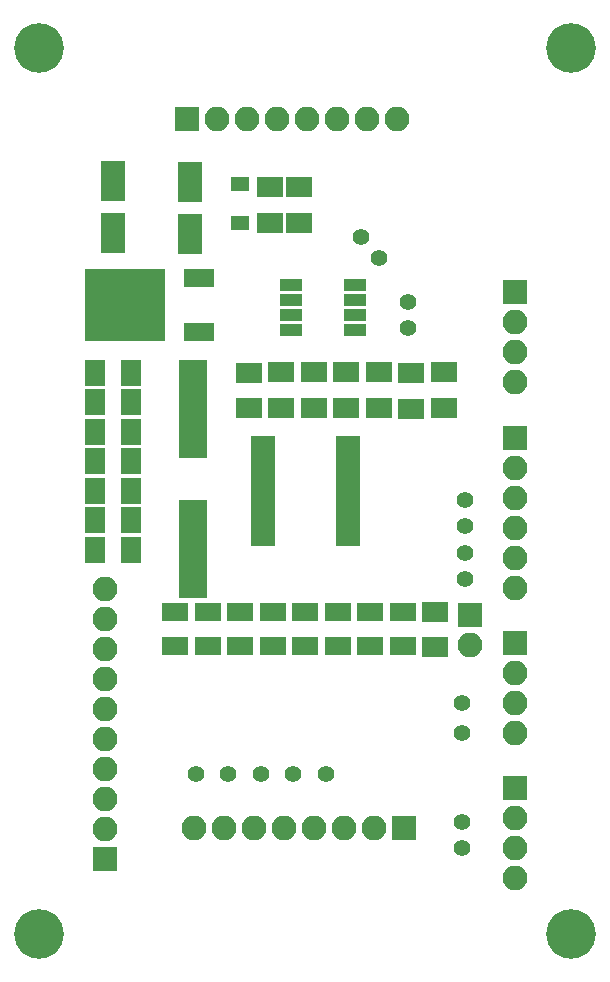
<source format=gbr>
%TF.GenerationSoftware,KiCad,Pcbnew,(5.0.0)*%
%TF.CreationDate,2018-11-06T01:25:48+05:00*%
%TF.ProjectId,Dev Board,44657620426F6172642E6B696361645F,rev?*%
%TF.SameCoordinates,Original*%
%TF.FileFunction,Soldermask,Top*%
%TF.FilePolarity,Negative*%
%FSLAX46Y46*%
G04 Gerber Fmt 4.6, Leading zero omitted, Abs format (unit mm)*
G04 Created by KiCad (PCBNEW (5.0.0)) date 11/06/18 01:25:48*
%MOMM*%
%LPD*%
G01*
G04 APERTURE LIST*
%ADD10R,1.795000X2.200000*%
%ADD11C,4.200000*%
%ADD12R,2.200000X1.795000*%
%ADD13R,2.000000X3.400000*%
%ADD14R,1.600000X1.300000*%
%ADD15O,2.100000X2.100000*%
%ADD16R,2.100000X2.100000*%
%ADD17R,1.950000X1.000000*%
%ADD18R,2.150000X0.850000*%
%ADD19R,2.600000X1.600000*%
%ADD20R,6.800000X6.200000*%
%ADD21R,2.400000X8.275000*%
%ADD22R,2.200000X1.620000*%
%ADD23C,1.400000*%
G04 APERTURE END LIST*
D10*
X100250000Y-92500000D03*
X97215000Y-92500000D03*
D11*
X137500000Y-62500000D03*
X92500000Y-62500000D03*
X92500000Y-137500000D03*
X137500000Y-137500000D03*
D12*
X113000000Y-93000000D03*
X113000000Y-89965000D03*
D10*
X100250000Y-100000000D03*
X97215000Y-100000000D03*
X97215000Y-102500000D03*
X100250000Y-102500000D03*
D12*
X121250000Y-93000000D03*
X121250000Y-89965000D03*
D10*
X100250000Y-105000000D03*
X97215000Y-105000000D03*
D12*
X124000000Y-90000000D03*
X124000000Y-93035000D03*
D10*
X97215000Y-97500000D03*
X100250000Y-97500000D03*
X97215000Y-90000000D03*
X100250000Y-90000000D03*
D12*
X112000000Y-77285000D03*
X112000000Y-74250000D03*
D13*
X105250000Y-78250000D03*
X105250000Y-73850000D03*
D12*
X114500000Y-77285000D03*
X114500000Y-74250000D03*
D13*
X98750000Y-73800000D03*
X98750000Y-78200000D03*
D14*
X109500000Y-74000000D03*
X109500000Y-77300000D03*
D15*
X105630000Y-128500000D03*
X108170000Y-128500000D03*
X110710000Y-128500000D03*
X113250000Y-128500000D03*
X115790000Y-128500000D03*
X118330000Y-128500000D03*
X120870000Y-128500000D03*
D16*
X123410000Y-128500000D03*
X132750000Y-112880000D03*
D15*
X132750000Y-115420000D03*
X132750000Y-117960000D03*
X132750000Y-120500000D03*
X132750000Y-132790000D03*
X132750000Y-130250000D03*
X132750000Y-127710000D03*
D16*
X132750000Y-125170000D03*
X132750000Y-95550000D03*
D15*
X132750000Y-98090000D03*
X132750000Y-100630000D03*
X132750000Y-103170000D03*
X132750000Y-105710000D03*
X132750000Y-108250000D03*
D16*
X132750000Y-83130000D03*
D15*
X132750000Y-85670000D03*
X132750000Y-88210000D03*
X132750000Y-90750000D03*
D16*
X98100000Y-131160000D03*
D15*
X98100000Y-128620000D03*
X98100000Y-126080000D03*
X98100000Y-123540000D03*
X98100000Y-121000000D03*
X98100000Y-118460000D03*
X98100000Y-115920000D03*
X98100000Y-113380000D03*
X98100000Y-110840000D03*
X98100000Y-108300000D03*
D16*
X129000000Y-110500000D03*
D15*
X129000000Y-113040000D03*
D12*
X126750000Y-89965000D03*
X126750000Y-93000000D03*
X110250000Y-89982500D03*
X110250000Y-93017500D03*
X118500000Y-89965000D03*
X118500000Y-93000000D03*
X115750000Y-93000000D03*
X115750000Y-89965000D03*
D10*
X100250000Y-95000000D03*
X97215000Y-95000000D03*
D17*
X113800000Y-82595000D03*
X113800000Y-83865000D03*
X113800000Y-85135000D03*
X113800000Y-86405000D03*
X119200000Y-86405000D03*
X119200000Y-85135000D03*
X119200000Y-83865000D03*
X119200000Y-82595000D03*
D18*
X111400000Y-95775000D03*
X111400000Y-96425000D03*
X111400000Y-97075000D03*
X111400000Y-97725000D03*
X111400000Y-98375000D03*
X111400000Y-99025000D03*
X111400000Y-99675000D03*
X111400000Y-100325000D03*
X111400000Y-100975000D03*
X111400000Y-101625000D03*
X111400000Y-102275000D03*
X111400000Y-102925000D03*
X111400000Y-103575000D03*
X111400000Y-104225000D03*
X118600000Y-104225000D03*
X118600000Y-103575000D03*
X118600000Y-102925000D03*
X118600000Y-102275000D03*
X118600000Y-101625000D03*
X118600000Y-100975000D03*
X118600000Y-100325000D03*
X118600000Y-99675000D03*
X118600000Y-99025000D03*
X118600000Y-98375000D03*
X118600000Y-97725000D03*
X118600000Y-97075000D03*
X118600000Y-96425000D03*
X118600000Y-95775000D03*
D19*
X106050000Y-86530000D03*
X106050000Y-81970000D03*
D20*
X99750000Y-84250000D03*
D21*
X105500000Y-93062500D03*
X105500000Y-104937500D03*
D16*
X105000000Y-68500000D03*
D15*
X107540000Y-68500000D03*
X110080000Y-68500000D03*
X112620000Y-68500000D03*
X115160000Y-68500000D03*
X117700000Y-68500000D03*
X120240000Y-68500000D03*
X122780000Y-68500000D03*
D22*
X123250000Y-110250000D03*
X123250000Y-113110000D03*
X120500000Y-113110000D03*
X120500000Y-110250000D03*
X117750000Y-110250000D03*
X117750000Y-113110000D03*
X115000000Y-113110000D03*
X115000000Y-110250000D03*
X112250000Y-113110000D03*
X112250000Y-110250000D03*
X109500000Y-110250000D03*
X109500000Y-113110000D03*
X106750000Y-113110000D03*
X106750000Y-110250000D03*
X104000000Y-110250000D03*
X104000000Y-113110000D03*
D12*
X126000000Y-110215000D03*
X126000000Y-113250000D03*
D23*
X105750000Y-124000000D03*
X116750000Y-124000000D03*
X114000000Y-124000000D03*
X123750000Y-84000000D03*
X123750000Y-86250000D03*
X119750000Y-78500000D03*
X121250000Y-80250000D03*
X128250000Y-118000000D03*
X128250000Y-120500000D03*
X128250000Y-128000000D03*
X128250000Y-130250000D03*
X128500000Y-105250000D03*
X128500000Y-103000000D03*
X128500000Y-100750000D03*
X128500000Y-107500000D03*
X108500000Y-124000000D03*
X111250000Y-124000000D03*
M02*

</source>
